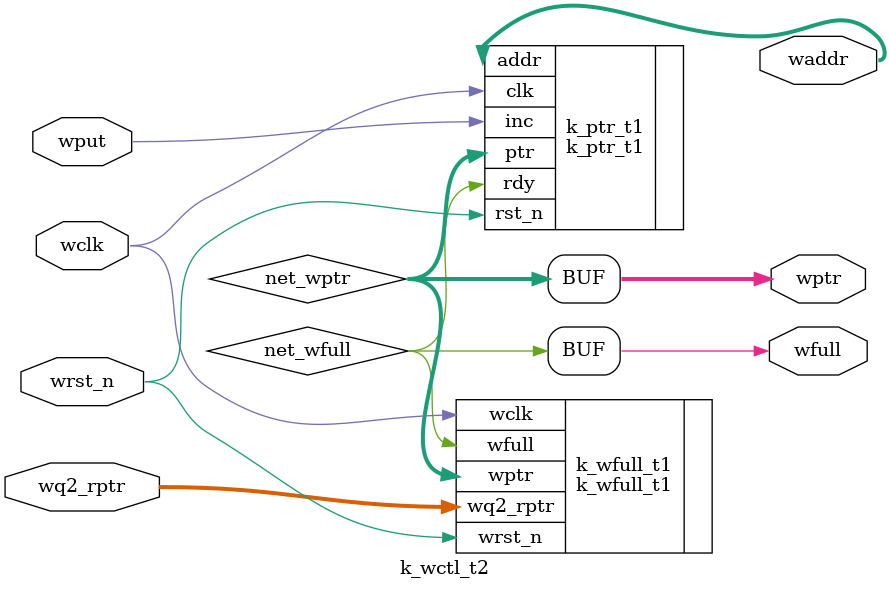
<source format=v>
module k_wctl_t2 (wfull, waddr, wptr, wq2_rptr, wput, wclk, wrst_n);
  parameter addr_size = 4;
  output wfull;
  output [addr_size-1:0] waddr;
  output [addr_size:0] wptr;
  input [addr_size:0] wq2_rptr;
  input wput;
  input wclk, wrst_n;

  reg net_wfull;
  reg [addr_size:0] net_wptr;

  // Instantiate Write Pointer and Memory Address Block
  k_ptr_t1 #(.addr_size(addr_size)) k_ptr_t1 (.ptr(net_wptr),
                                              .addr(waddr),
                                              .inc(wput),
                                              .rdy(net_wfull),
                                              .clk(wclk),
                                              .rst_n(wrst_n));

  // Instantiate Full Flag Logic
  k_wfull_t1 #(.addr_size(addr_size)) k_wfull_t1 (.wfull(net_wfull),
                                                  .wptr(net_wptr),
                                                  .wq2_rptr(wq2_rptr),
                                                  .wclk(wclk),
                                                  .wrst_n(wrst_n));

  assign wfull = net_wfull;
  assign wptr = net_wptr;
endmodule

</source>
